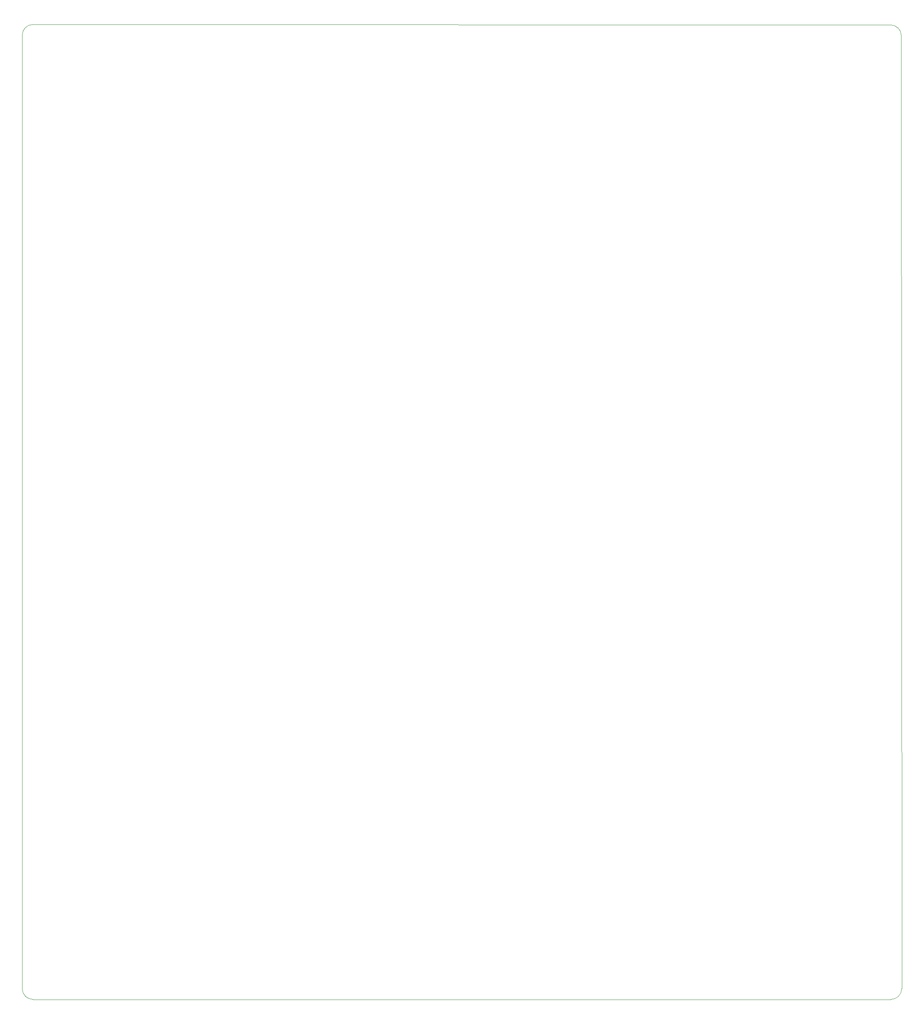
<source format=gbr>
%TF.GenerationSoftware,KiCad,Pcbnew,(6.0.11)*%
%TF.CreationDate,2023-02-04T13:18:20-08:00*%
%TF.ProjectId,MA Command Keyboard changed footprint,4d412043-6f6d-46d6-916e-64204b657962,rev?*%
%TF.SameCoordinates,Original*%
%TF.FileFunction,Profile,NP*%
%FSLAX46Y46*%
G04 Gerber Fmt 4.6, Leading zero omitted, Abs format (unit mm)*
G04 Created by KiCad (PCBNEW (6.0.11)) date 2023-02-04 13:18:20*
%MOMM*%
%LPD*%
G01*
G04 APERTURE LIST*
%TA.AperFunction,Profile*%
%ADD10C,0.100000*%
%TD*%
G04 APERTURE END LIST*
D10*
X-141383798Y-48515048D02*
G75*
G03*
X-143765048Y-46133798I-2381250J0D01*
G01*
X-336550000Y-259936202D02*
X-336550000Y-48418750D01*
X-141287500Y-259936202D02*
X-141383798Y-48515048D01*
X-143668750Y-262317452D02*
G75*
G03*
X-141287500Y-259936202I0J2381250D01*
G01*
X-336550000Y-259936202D02*
G75*
G03*
X-334168750Y-262317452I2381250J0D01*
G01*
X-334168750Y-262317452D02*
X-143668750Y-262317452D01*
X-143765048Y-46133798D02*
X-334168750Y-46037500D01*
X-334168750Y-46037500D02*
G75*
G03*
X-336550000Y-48418750I0J-2381250D01*
G01*
M02*

</source>
